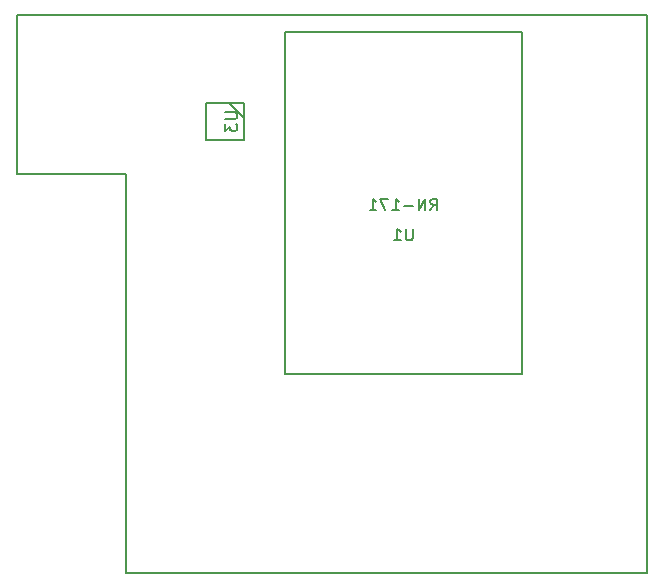
<source format=gbo>
G04 (created by PCBNEW (2012-nov-02)-testing) date Wed 19 Jun 2013 11:23:59 AM CDT*
%MOIN*%
G04 Gerber Fmt 3.4, Leading zero omitted, Abs format*
%FSLAX34Y34*%
G01*
G70*
G90*
G04 APERTURE LIST*
%ADD10C,0.006*%
%ADD11C,0.00590551*%
%ADD12C,0.008*%
G04 APERTURE END LIST*
G54D10*
G54D11*
X95850Y-48350D02*
X95850Y-66950D01*
X74850Y-48350D02*
X74850Y-53650D01*
X95850Y-48350D02*
X74850Y-48350D01*
X78500Y-66950D02*
X95850Y-66950D01*
X78500Y-53650D02*
X78500Y-66950D01*
X74850Y-53650D02*
X78500Y-53650D01*
G54D12*
X82415Y-51765D02*
X81940Y-51265D01*
X82415Y-51265D02*
X82415Y-52515D01*
X82415Y-52515D02*
X81165Y-52515D01*
X81165Y-52515D02*
X81165Y-51265D01*
X81165Y-51265D02*
X82415Y-51265D01*
G54D11*
X91700Y-48900D02*
X91700Y-60300D01*
X91700Y-60300D02*
X83800Y-60300D01*
X83800Y-60300D02*
X83800Y-48900D01*
X83800Y-48900D02*
X91700Y-48900D01*
G54D10*
X81805Y-51589D02*
X82124Y-51589D01*
X82161Y-51608D01*
X82180Y-51627D01*
X82199Y-51664D01*
X82199Y-51739D01*
X82180Y-51777D01*
X82161Y-51796D01*
X82124Y-51814D01*
X81805Y-51814D01*
X81805Y-51965D02*
X81805Y-52208D01*
X81955Y-52077D01*
X81955Y-52133D01*
X81974Y-52171D01*
X81993Y-52190D01*
X82030Y-52208D01*
X82124Y-52208D01*
X82161Y-52190D01*
X82180Y-52171D01*
X82199Y-52133D01*
X82199Y-52021D01*
X82180Y-51983D01*
X82161Y-51965D01*
G54D11*
X88049Y-55465D02*
X88049Y-55784D01*
X88031Y-55821D01*
X88012Y-55840D01*
X87974Y-55859D01*
X87899Y-55859D01*
X87862Y-55840D01*
X87843Y-55821D01*
X87824Y-55784D01*
X87824Y-55465D01*
X87431Y-55859D02*
X87656Y-55859D01*
X87543Y-55859D02*
X87543Y-55465D01*
X87581Y-55521D01*
X87618Y-55559D01*
X87656Y-55578D01*
X88640Y-54859D02*
X88771Y-54671D01*
X88865Y-54859D02*
X88865Y-54465D01*
X88715Y-54465D01*
X88678Y-54484D01*
X88659Y-54503D01*
X88640Y-54540D01*
X88640Y-54596D01*
X88659Y-54634D01*
X88678Y-54653D01*
X88715Y-54671D01*
X88865Y-54671D01*
X88471Y-54859D02*
X88471Y-54465D01*
X88246Y-54859D01*
X88246Y-54465D01*
X88059Y-54709D02*
X87759Y-54709D01*
X87365Y-54859D02*
X87590Y-54859D01*
X87478Y-54859D02*
X87478Y-54465D01*
X87515Y-54521D01*
X87553Y-54559D01*
X87590Y-54578D01*
X87234Y-54465D02*
X86971Y-54465D01*
X87140Y-54859D01*
X86615Y-54859D02*
X86840Y-54859D01*
X86728Y-54859D02*
X86728Y-54465D01*
X86765Y-54521D01*
X86803Y-54559D01*
X86840Y-54578D01*
M02*

</source>
